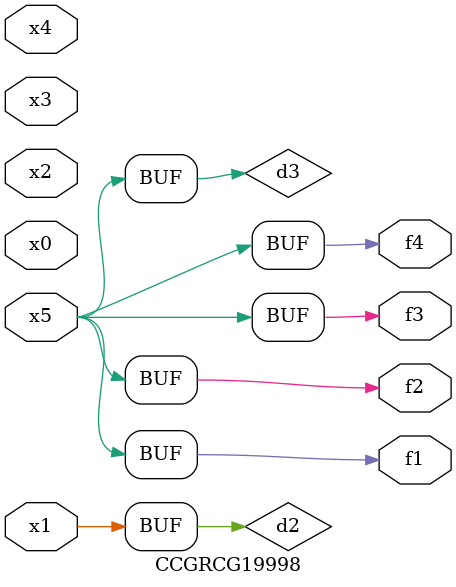
<source format=v>
module CCGRCG19998(
	input x0, x1, x2, x3, x4, x5,
	output f1, f2, f3, f4
);

	wire d1, d2, d3;

	not (d1, x5);
	or (d2, x1);
	xnor (d3, d1);
	assign f1 = d3;
	assign f2 = d3;
	assign f3 = d3;
	assign f4 = d3;
endmodule

</source>
